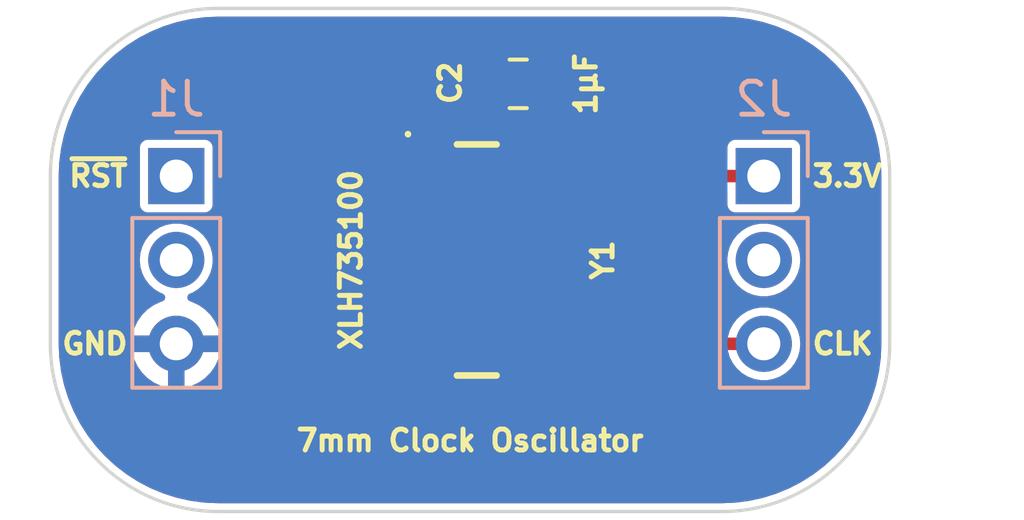
<source format=kicad_pcb>
(kicad_pcb (version 20221018) (generator pcbnew)
  (layers (0 "F.Cu" signal) (31 "B.Cu" signal) (36 "B.SilkS" user "B.Silkscreen") (37 "F.SilkS" user "F.Silkscreen") (38 "B.Mask" user) (39 "F.Mask" user) (44 "Edge.Cuts" user))
  (net 0 "")
  (net 1 "/GND")
  (net 2 "/3.3V")
  (net 5 "/CLK")
  (net 9 "/~{Reset}")
  (footprint "SamacSys_Parts:C_0805" (layer "F.Cu") (at 124.664 50.546 90)
    (fp_text reference "C2" (at 0.027 -2.075 90) (layer "F.SilkS") (effects (font (size 0.635 0.635))))
    (fp_text value "1μF" (at 0 2.032 90) (layer "F.SilkS") (effects (font (size 0.635 0.635))))
    (fp_line (start -0.735 0.245252) (end -0.735 -0.277252) (stroke (width 0.12)) (layer "F.SilkS"))
    (fp_line (start 0.735 0.245252) (end 0.735 -0.277252) (stroke (width 0.12)) (layer "F.SilkS"))
    (pad "1" smd roundrect (at 0 0.934 180) (size 1 1.45) (layers "F.Cu" "F.Paste" "F.Mask") (net 2 "/3.3V"))
    (pad "2" smd roundrect (at 0 -0.966 180) (size 1 1.45) (layers "F.Cu" "F.Paste" "F.Mask") (net 1 "/GND"))
  )
  (footprint "SamacSys_Parts:XLH735100000000I" (layer "F.Cu") (at 123.394 55.88 -90)
    (fp_text reference "Y1" (at 0 -3.81 -90) (layer "F.SilkS") (effects (font (size 0.635 0.635))))
    (fp_text value "XLH735100.000000I" hide)
    (fp_text user "${Silkscreen}" (at 0 3.81 -90) (layer "F.SilkS") (effects (font (size 0.635 0.635))))
    (fp_line (start -3.86 2.082) (end -3.86 2.082) (stroke (width 0.1)) (layer "F.SilkS"))
    (fp_line (start -3.76 2.082) (end -3.76 2.082) (stroke (width 0.1)) (layer "F.SilkS"))
    (fp_line (start -3.5 -0.6) (end -3.5 0.6) (stroke (width 0.2)) (layer "F.SilkS"))
    (fp_line (start 3.5 -0.6) (end 3.5 0.6) (stroke (width 0.2)) (layer "F.SilkS"))
    (fp_arc (start -3.86 2.082) (mid -3.81 2.032) (end -3.76 2.082) (stroke (width 0.1)) (layer "F.SilkS"))
    (fp_arc (start -3.76 2.082) (mid -3.81 2.132) (end -3.86 2.082) (stroke (width 0.1)) (layer "F.SilkS"))
    (pad "1" smd rect (at -2.54 2.1 270) (size 1.8 2) (layers "F.Cu" "F.Paste" "F.Mask"))
    (pad "2" smd rect (at 0 2.1 270) (size 1.8 2) (layers "F.Cu" "F.Paste" "F.Mask"))
    (pad "3" smd rect (at 2.54 2.1 270) (size 1.8 2) (layers "F.Cu" "F.Paste" "F.Mask") (net 1 "/GND"))
    (pad "4" smd rect (at 2.54 -2.1 270) (size 1.8 2) (layers "F.Cu" "F.Paste" "F.Mask") (net 5 "/CLK"))
    (pad "5" smd rect (at 0 -2.1 270) (size 1.8 2) (layers "F.Cu" "F.Paste" "F.Mask"))
    (pad "6" smd rect (at -2.54 -2.1 270) (size 1.8 2) (layers "F.Cu" "F.Paste" "F.Mask") (net 2 "/3.3V"))
  )
  (footprint "Connector_PinHeader_2.54mm:PinHeader_1x03_P2.54mm_Vertical" (layer "B.Cu") (at 114.3 53.34 180)
    (fp_text reference "J1" (at 0 2.33) (layer "B.SilkS") (effects (justify mirror)))
    (fp_text value "Conn_01x03_Pin")
    (fp_line (start -1.33 -6.41) (end 1.33 -6.41) (stroke (width 0.12)) (layer "B.SilkS"))
    (fp_line (start -1.33 -1.27) (end -1.33 -6.41) (stroke (width 0.12)) (layer "B.SilkS"))
    (fp_line (start -1.33 -1.27) (end 1.33 -1.27) (stroke (width 0.12)) (layer "B.SilkS"))
    (fp_line (start -1.33 0) (end -1.33 1.33) (stroke (width 0.12)) (layer "B.SilkS"))
    (fp_line (start -1.33 1.33) (end 0 1.33) (stroke (width 0.12)) (layer "B.SilkS"))
    (fp_line (start 1.33 -1.27) (end 1.33 -6.41) (stroke (width 0.12)) (layer "B.SilkS"))
    (pad "1" thru_hole rect (at 0 0 180) (size 1.7 1.7) (drill 1) (layers "*.Cu" "*.Mask") (net 9 "/~{Reset}"))
    (pad "2" thru_hole oval (at 0 -2.54 180) (size 1.7 1.7) (drill 1) (layers "*.Cu" "*.Mask"))
    (pad "3" thru_hole oval (at 0 -5.08 180) (size 1.7 1.7) (drill 1) (layers "*.Cu" "*.Mask") (net 1 "/GND"))
  )
  (footprint "Connector_PinHeader_2.54mm:PinHeader_1x03_P2.54mm_Vertical" (layer "B.Cu") (at 132.08 53.34 180)
    (fp_text reference "J2" (at 0 2.33) (layer "B.SilkS") (effects (justify mirror)))
    (fp_text value "Conn_01x03_Pin")
    (fp_line (start -1.33 -6.41) (end 1.33 -6.41) (stroke (width 0.12)) (layer "B.SilkS"))
    (fp_line (start -1.33 -1.27) (end -1.33 -6.41) (stroke (width 0.12)) (layer "B.SilkS"))
    (fp_line (start -1.33 -1.27) (end 1.33 -1.27) (stroke (width 0.12)) (layer "B.SilkS"))
    (fp_line (start -1.33 0) (end -1.33 1.33) (stroke (width 0.12)) (layer "B.SilkS"))
    (fp_line (start -1.33 1.33) (end 0 1.33) (stroke (width 0.12)) (layer "B.SilkS"))
    (fp_line (start 1.33 -1.27) (end 1.33 -6.41) (stroke (width 0.12)) (layer "B.SilkS"))
    (pad "1" thru_hole rect (at 0 0 180) (size 1.7 1.7) (drill 1) (layers "*.Cu" "*.Mask") (net 2 "/3.3V"))
    (pad "2" thru_hole oval (at 0 -2.54 180) (size 1.7 1.7) (drill 1) (layers "*.Cu" "*.Mask"))
    (pad "3" thru_hole oval (at 0 -5.08 180) (size 1.7 1.7) (drill 1) (layers "*.Cu" "*.Mask") (net 5 "/CLK"))
  )
  (gr_line (start 115.569996 63.5) (end 130.809998 63.499998) (stroke (width 0.1)) (layer "Edge.Cuts"))
  (gr_arc (start 135.889998 58.419998) (mid 134.4021 62.0121) (end 130.809998 63.499998) (stroke (width 0.1)) (layer "Edge.Cuts"))
  (gr_arc (start 130.81 48.259997) (mid 134.402101 49.747895) (end 135.889999 53.339996) (stroke (width 0.1)) (layer "Edge.Cuts"))
  (gr_arc (start 115.569996 63.5) (mid 111.977894 62.012102) (end 110.489996 58.42) (stroke (width 0.1)) (layer "Edge.Cuts"))
  (gr_line (start 130.809998 48.259997) (end 115.569998 48.259998) (stroke (width 0.1)) (layer "Edge.Cuts"))
  (gr_line (start 135.889999 53.339996) (end 135.889998 58.419998) (stroke (width 0.1)) (layer "Edge.Cuts"))
  (gr_line (start 110.489998 53.339998) (end 110.489996 58.42) (stroke (width 0.1)) (layer "Edge.Cuts"))
  (gr_arc (start 110.489998 53.339998) (mid 111.977896 49.747896) (end 115.569998 48.259998) (stroke (width 0.1)) (layer "Edge.Cuts"))
  (gr_text "GND" (at 112.903 58.42) (layer "F.SilkS") (effects (font (size 0.635 0.635) (thickness 0.15) bold) (justify right)))
  (gr_text "7mm Clock Oscillator" (at 123.19 61.722) (layer "F.SilkS") (effects (font (size 0.635 0.635) (thickness 0.15) bold) (justify bottom)))
  (gr_text "3.3V" (at 133.477 53.34) (layer "F.SilkS") (effects (font (size 0.635 0.635) (thickness 0.15) bold) (justify left)))
  (gr_text "~{RST}" (at 112.903 53.34) (layer "F.SilkS") (effects (font (size 0.635 0.635) (thickness 0.15) bold) (justify right)))
  (gr_text "CLK" (at 133.477 58.42) (layer "F.SilkS") (effects (font (size 0.635 0.635) (thickness 0.15) bold) (justify left)))
  (segment (start 114.3 58.42) (end 121.294 58.42) (width 0.38) (layer "F.Cu") (net 1))
  (segment (start 121.294 58.42) (end 121.394 58.42) (width 0.38) (layer "F.Cu") (net 1))
  (segment (start 121.394 58.42) (end 123.698 56.116) (width 0.38) (layer "F.Cu") (net 1))
  (segment (start 123.698 56.116) (end 123.698 50.546) (width 0.38) (layer "F.Cu") (net 1))
  (segment (start 130.302 53.34) (end 127.508 50.546) (width 0.38) (layer "F.Cu") (net 2))
  (segment (start 132.08 53.34) (end 130.302 53.34) (width 0.38) (layer "F.Cu") (net 2))
  (segment (start 125.598 53.236) (end 125.494 53.34) (width 0.38) (layer "F.Cu") (net 2))
  (segment (start 127.508 50.546) (end 125.598 50.546) (width 0.38) (layer "F.Cu") (net 2))
  (segment (start 125.598 50.546) (end 125.598 53.236) (width 0.38) (layer "F.Cu") (net 2))
  (segment (start 132.08 58.42) (end 125.494 58.42) (width 0.38) (layer "F.Cu") (net 5))
  (zone (net 1) (net_name "/GND") (layers "F&B.Cu") (connect_pads (clearance 0.25)) (min_thickness 0.25) (fill yes (thermal_gap 0.5) (thermal_bridge_width 0.5))
    (polygon (pts (xy 108.966 48.006) (xy 139.954 48.006) (xy 139.954 63.754) (xy 108.966 63.754)))
  )
)
</source>
